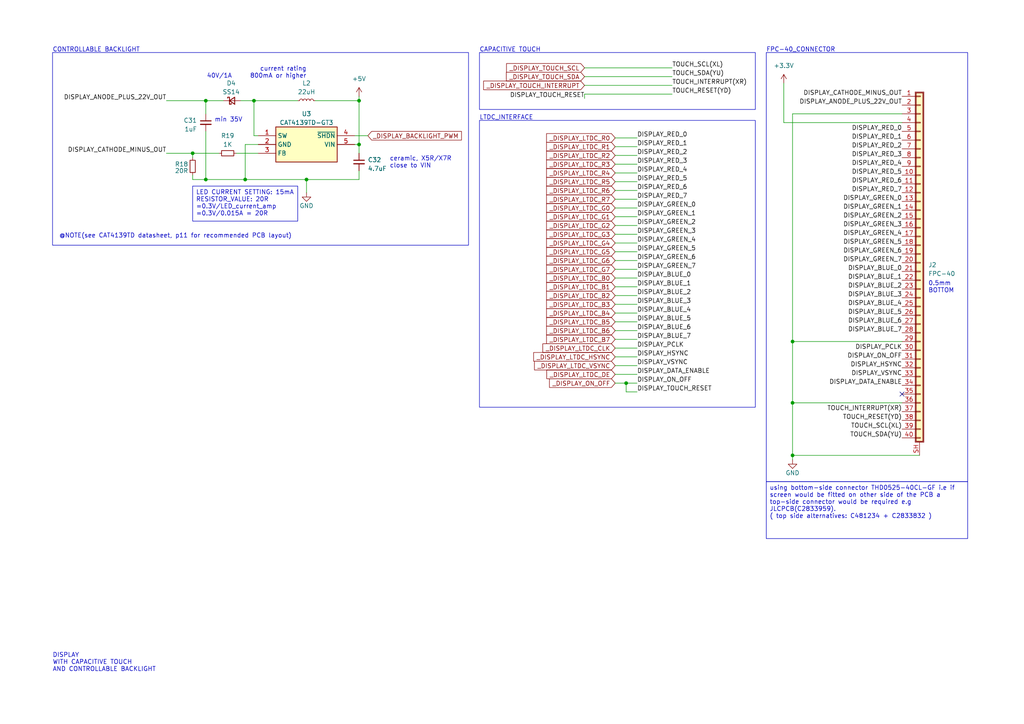
<source format=kicad_sch>
(kicad_sch (version 20231120) (generator "eeschema") (generator_version "8.0")
  (paper "A4")
  (lib_symbols
    (symbol "CAT4139TD-GT3:CAT4139TD-GT3"
      (property "Reference" "IC" (at 24.13 7.62 0))
      (property "Value" "CAT4139TD-GT3" (at 24.13 5.08 0))
      (symbol "CAT4139TD-GT3_1_1"
        (rectangle (start 5.08 2.54) (end 22.86 -7.62) (stroke (width 0.254)) (fill (type background)))
        (pin passive line (at 0 0 0) (length 5.08) (name "SW") (number "1"))
        (pin power_in line (at 0 -2.54 0) (length 5.08) (name "GND") (number "2"))
        (pin passive line (at 0 -5.08 0) (length 5.08) (name "FB") (number "3"))
        (pin passive line (at 27.94 0 180) (length 5.08) (name "~{SHDN}") (number "4"))
        (pin input line (at 27.94 -2.54 180) (length 5.08) (name "VIN") (number "5"))
      )
    )
    (symbol "Connector_Generic_Shielded:Conn_01x40_Shielded" (pin_names (offset 1.016) hide)
      (property "Reference" "J" (at 0.254 50.546 0))
      (property "Value" "Conn_01x40_Shielded" (at 1.016 -53.086 0))
      (symbol "Conn_01x40_Shielded_1_1"
        (rectangle (start -1.27 49.53) (end 1.27 -52.07) (stroke (width 0.1524)))
        (rectangle (start -1.016 -50.673) (end 0.254 -50.927) (stroke (width 0.1524)))
        (rectangle (start -1.016 -48.133) (end 0.254 -48.387) (stroke (width 0.1524)))
        (rectangle (start -1.016 -45.593) (end 0.254 -45.847) (stroke (width 0.1524)))
        (rectangle (start -1.016 -43.053) (end 0.254 -43.307) (stroke (width 0.1524)))
        (rectangle (start -1.016 -40.513) (end 0.254 -40.767) (stroke (width 0.1524)))
        (rectangle (start -1.016 -37.973) (end 0.254 -38.227) (stroke (width 0.1524)))
        (rectangle (start -1.016 -35.433) (end 0.254 -35.687) (stroke (width 0.1524)))
        (rectangle (start -1.016 -32.893) (end 0.254 -33.147) (stroke (width 0.1524)))
        (rectangle (start -1.016 -30.353) (end 0.254 -30.607) (stroke (width 0.1524)))
        (rectangle (start -1.016 -27.813) (end 0.254 -28.067) (stroke (width 0.1524)))
        (rectangle (start -1.016 -25.273) (end 0.254 -25.527) (stroke (width 0.1524)))
        (rectangle (start -1.016 -22.733) (end 0.254 -22.987) (stroke (width 0.1524)))
        (rectangle (start -1.016 -20.193) (end 0.254 -20.447) (stroke (width 0.1524)))
        (rectangle (start -1.016 -17.653) (end 0.254 -17.907) (stroke (width 0.1524)))
        (rectangle (start -1.016 -15.113) (end 0.254 -15.367) (stroke (width 0.1524)))
        (rectangle (start -1.016 -12.573) (end 0.254 -12.827) (stroke (width 0.1524)))
        (rectangle (start -1.016 -10.033) (end 0.254 -10.287) (stroke (width 0.1524)))
        (rectangle (start -1.016 -7.493) (end 0.254 -7.747) (stroke (width 0.1524)))
        (rectangle (start -1.016 -4.953) (end 0.254 -5.207) (stroke (width 0.1524)))
        (rectangle (start -1.016 -2.413) (end 0.254 -2.667) (stroke (width 0.1524)))
        (rectangle (start -1.016 0.127) (end 0.254 -0.127) (stroke (width 0.1524)))
        (rectangle (start -1.016 2.667) (end 0.254 2.413) (stroke (width 0.1524)))
        (rectangle (start -1.016 5.207) (end 0.254 4.953) (stroke (width 0.1524)))
        (rectangle (start -1.016 7.747) (end 0.254 7.493) (stroke (width 0.1524)))
        (rectangle (start -1.016 10.287) (end 0.254 10.033) (stroke (width 0.1524)))
        (rectangle (start -1.016 12.827) (end 0.254 12.573) (stroke (width 0.1524)))
        (rectangle (start -1.016 15.367) (end 0.254 15.113) (stroke (width 0.1524)))
        (rectangle (start -1.016 17.907) (end 0.254 17.653) (stroke (width 0.1524)))
        (rectangle (start -1.016 20.447) (end 0.254 20.193) (stroke (width 0.1524)))
        (rectangle (start -1.016 22.987) (end 0.254 22.733) (stroke (width 0.1524)))
        (rectangle (start -1.016 25.527) (end 0.254 25.273) (stroke (width 0.1524)))
        (rectangle (start -1.016 28.067) (end 0.254 27.813) (stroke (width 0.1524)))
        (rectangle (start -1.016 30.607) (end 0.254 30.353) (stroke (width 0.1524)))
        (rectangle (start -1.016 33.147) (end 0.254 32.893) (stroke (width 0.1524)))
        (rectangle (start -1.016 35.687) (end 0.254 35.433) (stroke (width 0.1524)))
        (rectangle (start -1.016 38.227) (end 0.254 37.973) (stroke (width 0.1524)))
        (rectangle (start -1.016 40.767) (end 0.254 40.513) (stroke (width 0.1524)))
        (rectangle (start -1.016 43.307) (end 0.254 43.053) (stroke (width 0.1524)))
        (rectangle (start -1.016 45.847) (end 0.254 45.593) (stroke (width 0.1524)))
        (rectangle (start -1.016 48.387) (end 0.254 48.133) (stroke (width 0.1524)))
        (rectangle (start -1.016 49.276) (end 1.016 -51.816) (stroke (width 0.254)) (fill (type background)))
        (pin passive line (at -5.08 48.26 0) (length 4.064) (name "Pin_1") (number "1"))
        (pin passive line (at -5.08 25.4 0) (length 4.064) (name "Pin_10") (number "10"))
        (pin passive line (at -5.08 22.86 0) (length 4.064) (name "Pin_11") (number "11"))
        (pin passive line (at -5.08 20.32 0) (length 4.064) (name "Pin_12") (number "12"))
        (pin passive line (at -5.08 17.78 0) (length 4.064) (name "Pin_13") (number "13"))
        (pin passive line (at -5.08 15.24 0) (length 4.064) (name "Pin_14") (number "14"))
        (pin passive line (at -5.08 12.7 0) (length 4.064) (name "Pin_15") (number "15"))
        (pin passive line (at -5.08 10.16 0) (length 4.064) (name "Pin_16") (number "16"))
        (pin passive line (at -5.08 7.62 0) (length 4.064) (name "Pin_17") (number "17"))
        (pin passive line (at -5.08 5.08 0) (length 4.064) (name "Pin_18") (number "18"))
        (pin passive line (at -5.08 2.54 0) (length 4.064) (name "Pin_19") (number "19"))
        (pin passive line (at -5.08 45.72 0) (length 4.064) (name "Pin_2") (number "2"))
        (pin passive line (at -5.08 0 0) (length 4.064) (name "Pin_20") (number "20"))
        (pin passive line (at -5.08 -2.54 0) (length 4.064) (name "Pin_21") (number "21"))
        (pin passive line (at -5.08 -5.08 0) (length 4.064) (name "Pin_22") (number "22"))
        (pin passive line (at -5.08 -7.62 0) (length 4.064) (name "Pin_23") (number "23"))
        (pin passive line (at -5.08 -10.16 0) (length 4.064) (name "Pin_24") (number "24"))
        (pin passive line (at -5.08 -12.7 0) (length 4.064) (name "Pin_25") (number "25"))
        (pin passive line (at -5.08 -15.24 0) (length 4.064) (name "Pin_26") (number "26"))
        (pin passive line (at -5.08 -17.78 0) (length 4.064) (name "Pin_27") (number "27"))
        (pin passive line (at -5.08 -20.32 0) (length 4.064) (name "Pin_28") (number "28"))
        (pin passive line (at -5.08 -22.86 0) (length 4.064) (name "Pin_29") (number "29"))
        (pin passive line (at -5.08 43.18 0) (length 4.064) (name "Pin_3") (number "3"))
        (pin passive line (at -5.08 -25.4 0) (length 4.064) (name "Pin_30") (number "30"))
        (pin passive line (at -5.08 -27.94 0) (length 4.064) (name "Pin_31") (number "31"))
        (pin passive line (at -5.08 -30.48 0) (length 4.064) (name "Pin_32") (number "32"))
        (pin passive line (at -5.08 -33.02 0) (length 4.064) (name "Pin_33") (number "33"))
        (pin passive line (at -5.08 -35.56 0) (length 4.064) (name "Pin_34") (number "34"))
        (pin passive line (at -5.08 -38.1 0) (length 4.064) (name "Pin_35") (number "35"))
        (pin passive line (at -5.08 -40.64 0) (length 4.064) (name "Pin_36") (number "36"))
        (pin passive line (at -5.08 -43.18 0) (length 4.064) (name "Pin_37") (number "37"))
        (pin passive line (at -5.08 -45.72 0) (length 4.064) (name "Pin_38") (number "38"))
        (pin passive line (at -5.08 -48.26 0) (length 4.064) (name "Pin_39") (number "39"))
        (pin passive line (at -5.08 40.64 0) (length 4.064) (name "Pin_4") (number "4"))
        (pin passive line (at -5.08 -50.8 0) (length 4.064) (name "Pin_40") (number "40"))
        (pin passive line (at -5.08 38.1 0) (length 4.064) (name "Pin_5") (number "5"))
        (pin passive line (at -5.08 35.56 0) (length 4.064) (name "Pin_6") (number "6"))
        (pin passive line (at -5.08 33.02 0) (length 4.064) (name "Pin_7") (number "7"))
        (pin passive line (at -5.08 30.48 0) (length 4.064) (name "Pin_8") (number "8"))
        (pin passive line (at -5.08 27.94 0) (length 4.064) (name "Pin_9") (number "9"))
        (pin passive line (at 0 -55.88 90) (length 3.81) (name "Shield") (number "SH"))
      )
    )
    (symbol "Device:C_Small" (pin_numbers hide) (pin_names (offset 0.254) hide)
      (property "Reference" "C" (at 0.254 1.778 0))
      (property "Value" "C_Small" (at 0.254 -2.032 0))
      (symbol "C_Small_0_1"
        (polyline (pts (xy -1.524 -0.508) (xy 1.524 -0.508)) (stroke (width 0.3302)))
        (polyline (pts (xy -1.524 0.508) (xy 1.524 0.508)) (stroke (width 0.3048)))
      )
      (symbol "C_Small_1_1"
        (pin passive line (at 0 2.54 270) (length 2.032) (name "~") (number "1"))
        (pin passive line (at 0 -2.54 90) (length 2.032) (name "~") (number "2"))
      )
    )
    (symbol "Device:D_Schottky_Small" (pin_numbers hide) (pin_names (offset 0.254) hide)
      (property "Reference" "D" (at -1.27 2.032 0))
      (property "Value" "D_Schottky_Small" (at -7.112 -2.032 0))
      (symbol "D_Schottky_Small_0_1"
        (polyline (pts (xy -0.762 0) (xy 0.762 0)))
        (polyline (pts (xy 0.762 -1.016) (xy -0.762 0) (xy 0.762 1.016) (xy 0.762 -1.016)) (stroke (width 0.254)))
        (polyline (pts (xy -1.27 0.762) (xy -1.27 1.016) (xy -0.762 1.016) (xy -0.762 -1.016) (xy -0.254 -1.016) (xy -0.254 -0.762)) (stroke (width 0.254)))
      )
      (symbol "D_Schottky_Small_1_1"
        (pin passive line (at -2.54 0 0) (length 1.778) (name "K") (number "1"))
        (pin passive line (at 2.54 0 180) (length 1.778) (name "A") (number "2"))
      )
    )
    (symbol "Device:L_Small" (pin_numbers hide) (pin_names (offset 0.254) hide)
      (property "Reference" "L" (at 0.762 1.016 0))
      (property "Value" "L_Small" (at 0.762 -1.016 0))
      (symbol "L_Small_0_1"
        (arc (start 0 -2.032) (mid 0.5058 -1.524) (end 0 -1.016))
        (arc (start 0 -1.016) (mid 0.5058 -0.508) (end 0 0))
        (arc (start 0 0) (mid 0.5058 0.508) (end 0 1.016))
        (arc (start 0 1.016) (mid 0.5058 1.524) (end 0 2.032))
      )
      (symbol "L_Small_1_1"
        (pin passive line (at 0 2.54 270) (length 0.508) (name "~") (number "1"))
        (pin passive line (at 0 -2.54 90) (length 0.508) (name "~") (number "2"))
      )
    )
    (symbol "Device:R_Small" (pin_numbers hide) (pin_names (offset 0.254) hide)
      (property "Reference" "R" (at 0.762 0.508 0))
      (property "Value" "R_Small" (at 0.762 -1.016 0))
      (symbol "R_Small_0_1"
        (rectangle (start -0.762 1.778) (end 0.762 -1.778) (stroke (width 0.2032)))
      )
      (symbol "R_Small_1_1"
        (pin passive line (at 0 2.54 270) (length 0.762) (name "~") (number "1"))
        (pin passive line (at 0 -2.54 90) (length 0.762) (name "~") (number "2"))
      )
    )
    (symbol "power:+3.3V" (power) (pin_names (offset 0))
      (property "Value" "+3.3V" (at 0 3.556 0))
      (symbol "+3.3V_0_1"
        (polyline (pts (xy -0.762 1.27) (xy 0 2.54)))
        (polyline (pts (xy 0 0) (xy 0 2.54)))
        (polyline (pts (xy 0 2.54) (xy 0.762 1.27)))
      )
      (symbol "+3.3V_1_1"
        (pin power_in line (at 0 0 90) (length 0) hide (name "+3.3V") (number "1"))
      )
    )
    (symbol "power:+5V" (power) (pin_names (offset 0))
      (property "Value" "+5V" (at 0 3.556 0))
      (symbol "+5V_0_1"
        (polyline (pts (xy -0.762 1.27) (xy 0 2.54)))
        (polyline (pts (xy 0 0) (xy 0 2.54)))
        (polyline (pts (xy 0 2.54) (xy 0.762 1.27)))
      )
      (symbol "+5V_1_1"
        (pin power_in line (at 0 0 90) (length 0) hide (name "+5V") (number "1"))
      )
    )
    (symbol "power:GND" (power) (pin_names (offset 0))
      (property "Value" "GND" (at 0 -3.81 0))
      (symbol "GND_0_1"
        (polyline (pts (xy 0 0) (xy 0 -1.27) (xy 1.27 -1.27) (xy 0 -2.54) (xy -1.27 -1.27) (xy 0 -1.27)))
      )
      (symbol "GND_1_1"
        (pin power_in line (at 0 0 270) (length 0) hide (name "GND") (number "1"))
      )
    )
  )
  (junction (at 55.88 44.45))
  (junction (at 59.69 29.21))
  (junction (at 59.69 52.07))
  (junction (at 71.12 52.07))
  (junction (at 229.87 99.06))
  (junction (at 104.14 29.21))
  (junction (at 181.61 111.125))
  (junction (at 229.87 132.08))
  (junction (at 73.66 29.21))
  (junction (at 229.87 116.84))
  (junction (at 104.14 41.91))
  (junction (at 88.9 52.07))
  (no_connect (at 261.62 114.3))
  (wire (pts (xy 184.785 40.005) (xy 178.435 40.005)))
  (wire (pts (xy 184.785 73.025) (xy 178.435 73.025)))
  (wire (pts (xy 184.785 95.885) (xy 178.435 95.885)))
  (wire (pts (xy 184.785 57.785) (xy 178.435 57.785)))
  (wire (pts (xy 184.785 90.805) (xy 178.435 90.805)))
  (wire (pts (xy 184.785 60.325) (xy 178.435 60.325)))
  (wire (pts (xy 181.61 111.125) (xy 181.61 113.665)))
  (wire (pts (xy 184.785 65.405) (xy 178.435 65.405)))
  (wire (pts (xy 178.435 111.125) (xy 181.61 111.125)))
  (wire (pts (xy 261.62 35.56) (xy 227.33 35.56)))
  (wire (pts (xy 104.14 29.21) (xy 104.14 27.94)))
  (wire (pts (xy 71.12 52.07) (xy 88.9 52.07)))
  (wire (pts (xy 184.785 55.245) (xy 178.435 55.245)))
  (wire (pts (xy 169.545 27.305) (xy 194.945 27.305)))
  (wire (pts (xy 169.545 27.305) (xy 169.545 28.575)))
  (wire (pts (xy 88.9 52.07) (xy 88.9 55.88)))
  (wire (pts (xy 104.14 29.21) (xy 104.14 41.91)))
  (wire (pts (xy 184.785 62.865) (xy 178.435 62.865)))
  (wire (pts (xy 184.785 88.265) (xy 178.435 88.265)))
  (wire (pts (xy 55.88 52.07) (xy 59.69 52.07)))
  (wire (pts (xy 184.785 113.665) (xy 181.61 113.665)))
  (wire (pts (xy 184.785 85.725) (xy 178.435 85.725)))
  (wire (pts (xy 184.785 75.565) (xy 178.435 75.565)))
  (wire (pts (xy 169.545 19.685) (xy 194.945 19.685)))
  (wire (pts (xy 184.785 100.965) (xy 178.435 100.965)))
  (wire (pts (xy 55.88 44.45) (xy 55.88 45.72)))
  (wire (pts (xy 48.26 44.45) (xy 55.88 44.45)))
  (wire (pts (xy 184.785 70.485) (xy 178.435 70.485)))
  (wire (pts (xy 59.69 29.21) (xy 59.69 33.02)))
  (wire (pts (xy 73.66 39.37) (xy 73.66 29.21)))
  (wire (pts (xy 184.785 106.045) (xy 178.435 106.045)))
  (wire (pts (xy 104.14 49.53) (xy 104.14 52.07)))
  (wire (pts (xy 74.93 39.37) (xy 73.66 39.37)))
  (wire (pts (xy 229.87 132.08) (xy 266.7 132.08)))
  (wire (pts (xy 104.14 41.91) (xy 104.14 44.45)))
  (wire (pts (xy 184.785 80.645) (xy 178.435 80.645)))
  (wire (pts (xy 102.87 39.37) (xy 106.68 39.37)))
  (wire (pts (xy 184.785 67.945) (xy 178.435 67.945)))
  (wire (pts (xy 229.87 116.84) (xy 229.87 132.08)))
  (wire (pts (xy 229.87 99.06) (xy 261.62 99.06)))
  (wire (pts (xy 184.785 108.585) (xy 178.435 108.585)))
  (wire (pts (xy 68.58 44.45) (xy 74.93 44.45)))
  (wire (pts (xy 184.785 103.505) (xy 178.435 103.505)))
  (wire (pts (xy 227.33 24.13) (xy 227.33 35.56)))
  (wire (pts (xy 59.69 52.07) (xy 71.12 52.07)))
  (wire (pts (xy 184.785 52.705) (xy 178.435 52.705)))
  (wire (pts (xy 229.87 99.06) (xy 229.87 116.84)))
  (wire (pts (xy 55.88 50.8) (xy 55.88 52.07)))
  (wire (pts (xy 181.61 111.125) (xy 184.785 111.125)))
  (wire (pts (xy 184.785 78.105) (xy 178.435 78.105)))
  (wire (pts (xy 184.785 42.545) (xy 178.435 42.545)))
  (wire (pts (xy 184.785 45.085) (xy 178.435 45.085)))
  (wire (pts (xy 69.85 29.21) (xy 73.66 29.21)))
  (wire (pts (xy 59.69 38.1) (xy 59.69 52.07)))
  (wire (pts (xy 229.87 33.02) (xy 261.62 33.02)))
  (wire (pts (xy 229.87 33.02) (xy 229.87 99.06)))
  (wire (pts (xy 169.545 24.765) (xy 194.945 24.765)))
  (wire (pts (xy 184.785 98.425) (xy 178.435 98.425)))
  (wire (pts (xy 184.785 47.625) (xy 178.435 47.625)))
  (wire (pts (xy 91.44 29.21) (xy 104.14 29.21)))
  (wire (pts (xy 88.9 52.07) (xy 104.14 52.07)))
  (wire (pts (xy 71.12 41.91) (xy 71.12 52.07)))
  (wire (pts (xy 55.88 44.45) (xy 63.5 44.45)))
  (wire (pts (xy 184.785 83.185) (xy 178.435 83.185)))
  (wire (pts (xy 73.66 29.21) (xy 86.36 29.21)))
  (wire (pts (xy 184.785 93.345) (xy 178.435 93.345)))
  (wire (pts (xy 74.93 41.91) (xy 71.12 41.91)))
  (wire (pts (xy 184.785 50.165) (xy 178.435 50.165)))
  (wire (pts (xy 169.545 22.225) (xy 194.945 22.225)))
  (wire (pts (xy 102.87 41.91) (xy 104.14 41.91)))
  (wire (pts (xy 229.87 132.08) (xy 229.87 133.35)))
  (wire (pts (xy 229.87 116.84) (xy 261.62 116.84)))
  (wire (pts (xy 48.26 29.21) (xy 59.69 29.21)))
  (wire (pts (xy 59.69 29.21) (xy 64.77 29.21)))
  (rectangle (start 139.065 15.24) (end 219.075 31.75))
  (rectangle (start 15.24 15.24) (end 135.89 71.12))
  (rectangle (start 222.25 15.24) (end 280.67 139.7))
  (rectangle (start 139.065 34.925) (end 219.075 118.11))
  (text_box "using bottom-side connector THD0525-40CL-GF i.e if screen would be fitted on other side of the PCB a top-side connector would be required e.g JLCPCB(C2833959).\n( top side alternatives: C481234 + C2833832 )\n" (at 222.25 139.7 0) (size 58.42 16.51) (effects (font (size 1.27 1.27)) (justify left top)))
  (text_box "LED CURRENT SETTING: 15mA\nRESISTOR_VALUE: 20R\n=0.3V/LED_current_amp\n=0.3V/0.015A = 20R" (at 55.88 53.975 0) (size 30.48 10.16) (effects (font (size 1.27 1.27)) (justify left top)))
  (text "CONTROLLABLE BACKLIGHT" (at 15.24 15.24 0) (effects (font (size 1.27 1.27)) (justify left bottom)))
  (text "current rating\n800mA or higher" (at 88.9 22.86 0) (effects (font (size 1.27 1.27)) (justify right bottom)))
  (text "ceramic, X5R/X7R\nclose to VIN" (at 113.03 48.895 0) (effects (font (size 1.27 1.27)) (justify left bottom)))
  (text "0.5mm\nBOTTOM" (at 269.24 85.09 0) (effects (font (size 1.27 1.27)) (justify left bottom)))
  (text "CAPACITIVE TOUCH" (at 139.065 15.24 0) (effects (font (size 1.27 1.27)) (justify left bottom)))
  (text "@NOTE(see CAT4139TD datasheet, p11 for recommended PCB layout)" (at 17.145 69.215 0) (effects (font (size 1.27 1.27)) (justify left bottom)))
  (text "FPC-40_CONNECTOR" (at 222.25 15.24 0) (effects (font (size 1.27 1.27)) (justify left bottom)))
  (text "min 35V" (at 62.23 35.56 0) (effects (font (size 1.27 1.27)) (justify left bottom)))
  (text "40V/1A" (at 67.31 22.86 0) (effects (font (size 1.27 1.27)) (justify right bottom)))
  (text "LTDC_INTERFACE" (at 139.065 34.925 0) (effects (font (size 1.27 1.27)) (justify left bottom)))
  (text "DISPLAY\nWITH CAPACITIVE TOUCH\nAND CONTROLLABLE BACKLIGHT" (at 15.24 194.945 0) (effects (font (size 1.27 1.27)) (justify left bottom)))
  (label "DISPLAY_GREEN_7" (at 261.62 76.2 180))
  (label "DISPLAY_RED_6" (at 184.785 55.245 0))
  (label "DISPLAY_BLUE_3" (at 184.785 88.265 0))
  (label "DISPLAY_TOUCH_RESET" (at 169.545 28.575 180))
  (label "DISPLAY_VSYNC" (at 184.785 106.045 0))
  (label "TOUCH_RESET(YD)" (at 261.62 121.92 180))
  (label "DISPLAY_BLUE_0" (at 261.62 78.74 180))
  (label "DISPLAY_GREEN_4" (at 261.62 68.58 180))
  (label "DISPLAY_DATA_ENABLE" (at 184.785 108.585 0))
  (label "DISPLAY_RED_1" (at 261.62 40.64 180))
  (label "TOUCH_SDA(YU)" (at 194.945 22.225 0))
  (label "DISPLAY_RED_0" (at 261.62 38.1 180))
  (label "DISPLAY_GREEN_0" (at 261.62 58.42 180))
  (label "DISPLAY_GREEN_0" (at 184.785 60.325 0))
  (label "DISPLAY_RED_6" (at 261.62 53.34 180))
  (label "DISPLAY_RED_2" (at 261.62 43.18 180))
  (label "DISPLAY_GREEN_1" (at 184.785 62.865 0))
  (label "DISPLAY_BLUE_2" (at 184.785 85.725 0))
  (label "DISPLAY_GREEN_6" (at 261.62 73.66 180))
  (label "DISPLAY_ON_OFF" (at 261.62 104.14 180))
  (label "TOUCH_SCL(XL)" (at 261.62 124.46 180))
  (label "DISPLAY_ON_OFF" (at 184.785 111.125 0))
  (label "DISPLAY_PCLK" (at 184.785 100.965 0))
  (label "DISPLAY_BLUE_5" (at 184.785 93.345 0))
  (label "DISPLAY_BLUE_4" (at 184.785 90.805 0))
  (label "DISPLAY_BLUE_4" (at 261.62 88.9 180))
  (label "DISPLAY_RED_0" (at 184.785 40.005 0))
  (label "DISPLAY_BLUE_7" (at 261.62 96.52 180))
  (label "DISPLAY_GREEN_2" (at 184.785 65.405 0))
  (label "DISPLAY_VSYNC" (at 261.62 109.22 180))
  (label "DISPLAY_BLUE_1" (at 261.62 81.28 180))
  (label "TOUCH_INTERRUPT(XR)" (at 261.62 119.38 180))
  (label "DISPLAY_BLUE_5" (at 261.62 91.44 180))
  (label "DISPLAY_ANODE_PLUS_22V_OUT" (at 48.26 29.21 180))
  (label "DISPLAY_BLUE_0" (at 184.785 80.645 0))
  (label "DISPLAY_BLUE_3" (at 261.62 86.36 180))
  (label "DISPLAY_ANODE_PLUS_22V_OUT" (at 261.62 30.48 180))
  (label "TOUCH_RESET(YD)" (at 194.945 27.305 0))
  (label "DISPLAY_HSYNC" (at 261.62 106.68 180))
  (label "DISPLAY_RED_7" (at 184.785 57.785 0))
  (label "DISPLAY_BLUE_2" (at 261.62 83.82 180))
  (label "DISPLAY_GREEN_5" (at 261.62 71.12 180))
  (label "DISPLAY_RED_1" (at 184.785 42.545 0))
  (label "DISPLAY_CATHODE_MINUS_OUT" (at 261.62 27.94 180))
  (label "DISPLAY_RED_4" (at 184.785 50.165 0))
  (label "DISPLAY_GREEN_4" (at 184.785 70.485 0))
  (label "DISPLAY_RED_5" (at 184.785 52.705 0))
  (label "TOUCH_SCL(XL)" (at 194.945 19.685 0))
  (label "DISPLAY_BLUE_6" (at 261.62 93.98 180))
  (label "DISPLAY_DATA_ENABLE" (at 261.62 111.76 180))
  (label "DISPLAY_GREEN_7" (at 184.785 78.105 0))
  (label "DISPLAY_RED_3" (at 184.785 47.625 0))
  (label "DISPLAY_RED_7" (at 261.62 55.88 180))
  (label "DISPLAY_GREEN_5" (at 184.785 73.025 0))
  (label "TOUCH_SDA(YU)" (at 261.62 127 180))
  (label "DISPLAY_GREEN_1" (at 261.62 60.96 180))
  (label "DISPLAY_CATHODE_MINUS_OUT" (at 48.26 44.45 180))
  (label "DISPLAY_BLUE_6" (at 184.785 95.885 0))
  (label "DISPLAY_GREEN_3" (at 261.62 66.04 180))
  (label "DISPLAY_GREEN_2" (at 261.62 63.5 180))
  (label "DISPLAY_RED_3" (at 261.62 45.72 180))
  (label "TOUCH_INTERRUPT(XR)" (at 194.945 24.765 0))
  (label "DISPLAY_PCLK" (at 261.62 101.6 180))
  (label "DISPLAY_TOUCH_RESET" (at 184.785 113.665 0))
  (label "DISPLAY_GREEN_6" (at 184.785 75.565 0))
  (label "DISPLAY_RED_4" (at 261.62 48.26 180))
  (label "DISPLAY_BLUE_1" (at 184.785 83.185 0))
  (label "DISPLAY_HSYNC" (at 184.785 103.505 0))
  (label "DISPLAY_RED_2" (at 184.785 45.085 0))
  (label "DISPLAY_RED_5" (at 261.62 50.8 180))
  (label "DISPLAY_GREEN_3" (at 184.785 67.945 0))
  (label "DISPLAY_BLUE_7" (at 184.785 98.425 0))
  (global_label "_DISPLAY_LTDC_G4" (shape input) (at 178.435 70.485 180) (property "Intersheetrefs" "${INTERSHEET_REFS}" (effects (hide yes))))
  (global_label "_DISPLAY_LTDC_G0" (shape input) (at 178.435 60.325 180) (property "Intersheetrefs" "${INTERSHEET_REFS}" (effects (hide yes))))
  (global_label "_DISPLAY_BACKLIGHT_PWM" (shape input) (at 106.68 39.37 0) (property "Intersheetrefs" "${INTERSHEET_REFS}" (effects (hide yes))))
  (global_label "_DISPLAY_TOUCH_SDA" (shape input) (at 169.545 22.225 180) (property "Intersheetrefs" "${INTERSHEET_REFS}" (effects (hide yes))))
  (global_label "_DISPLAY_LTDC_B6" (shape input) (at 178.435 95.885 180) (property "Intersheetrefs" "${INTERSHEET_REFS}" (effects (hide yes))))
  (global_label "_DISPLAY_TOUCH_INTERRUPT" (shape input) (at 169.545 24.765 180) (property "Intersheetrefs" "${INTERSHEET_REFS}" (effects (hide yes))))
  (global_label "_DISPLAY_LTDC_HSYNC" (shape input) (at 178.435 103.505 180) (property "Intersheetrefs" "${INTERSHEET_REFS}" (effects (hide yes))))
  (global_label "_DISPLAY_LTDC_R2" (shape input) (at 178.435 45.085 180) (property "Intersheetrefs" "${INTERSHEET_REFS}" (effects (hide yes))))
  (global_label "_DISPLAY_LTDC_B3" (shape input) (at 178.435 88.265 180) (property "Intersheetrefs" "${INTERSHEET_REFS}" (effects (hide yes))))
  (global_label "_DISPLAY_LTDC_B2" (shape input) (at 178.435 85.725 180) (property "Intersheetrefs" "${INTERSHEET_REFS}" (effects (hide yes))))
  (global_label "_DISPLAY_LTDC_R6" (shape input) (at 178.435 55.245 180) (property "Intersheetrefs" "${INTERSHEET_REFS}" (effects (hide yes))))
  (global_label "_DISPLAY_LTDC_R1" (shape input) (at 178.435 42.545 180) (property "Intersheetrefs" "${INTERSHEET_REFS}" (effects (hide yes))))
  (global_label "_DISPLAY_LTDC_G3" (shape input) (at 178.435 67.945 180) (property "Intersheetrefs" "${INTERSHEET_REFS}" (effects (hide yes))))
  (global_label "_DISPLAY_LTDC_B0" (shape input) (at 178.435 80.645 180) (property "Intersheetrefs" "${INTERSHEET_REFS}" (effects (hide yes))))
  (global_label "_DISPLAY_LTDC_DE" (shape input) (at 178.435 108.585 180) (property "Intersheetrefs" "${INTERSHEET_REFS}" (effects (hide yes))))
  (global_label "_DISPLAY_LTDC_G7" (shape input) (at 178.435 78.105 180) (property "Intersheetrefs" "${INTERSHEET_REFS}" (effects (hide yes))))
  (global_label "_DISPLAY_LTDC_G2" (shape input) (at 178.435 65.405 180) (property "Intersheetrefs" "${INTERSHEET_REFS}" (effects (hide yes))))
  (global_label "_DISPLAY_LTDC_VSYNC" (shape input) (at 178.435 106.045 180) (property "Intersheetrefs" "${INTERSHEET_REFS}" (effects (hide yes))))
  (global_label "_DISPLAY_LTDC_G6" (shape input) (at 178.435 75.565 180) (property "Intersheetrefs" "${INTERSHEET_REFS}" (effects (hide yes))))
  (global_label "_DISPLAY_LTDC_R3" (shape input) (at 178.435 47.625 180) (property "Intersheetrefs" "${INTERSHEET_REFS}" (effects (hide yes))))
  (global_label "_DISPLAY_LTDC_R4" (shape input) (at 178.435 50.165 180) (property "Intersheetrefs" "${INTERSHEET_REFS}" (effects (hide yes))))
  (global_label "_DISPLAY_LTDC_G1" (shape input) (at 178.435 62.865 180) (property "Intersheetrefs" "${INTERSHEET_REFS}" (effects (hide yes))))
  (global_label "_DISPLAY_LTDC_R5" (shape input) (at 178.435 52.705 180) (property "Intersheetrefs" "${INTERSHEET_REFS}" (effects (hide yes))))
  (global_label "_DISPLAY_TOUCH_SCL" (shape input) (at 169.545 19.685 180) (property "Intersheetrefs" "${INTERSHEET_REFS}" (effects (hide yes))))
  (global_label "_DISPLAY_LTDC_B1" (shape input) (at 178.435 83.185 180) (property "Intersheetrefs" "${INTERSHEET_REFS}" (effects (hide yes))))
  (global_label "_DISPLAY_ON_OFF" (shape input) (at 178.435 111.125 180) (property "Intersheetrefs" "${INTERSHEET_REFS}" (effects (hide yes))))
  (global_label "_DISPLAY_LTDC_R0" (shape input) (at 178.435 40.005 180) (property "Intersheetrefs" "${INTERSHEET_REFS}" (effects (hide yes))))
  (global_label "_DISPLAY_LTDC_B4" (shape input) (at 178.435 90.805 180) (property "Intersheetrefs" "${INTERSHEET_REFS}" (effects (hide yes))))
  (global_label "_DISPLAY_LTDC_CLK" (shape input) (at 178.435 100.965 180) (property "Intersheetrefs" "${INTERSHEET_REFS}" (effects (hide yes))))
  (global_label "_DISPLAY_LTDC_R7" (shape input) (at 178.435 57.785 180) (property "Intersheetrefs" "${INTERSHEET_REFS}" (effects (hide yes))))
  (global_label "_DISPLAY_LTDC_G5" (shape input) (at 178.435 73.025 180) (property "Intersheetrefs" "${INTERSHEET_REFS}" (effects (hide yes))))
  (global_label "_DISPLAY_LTDC_B7" (shape input) (at 178.435 98.425 180) (property "Intersheetrefs" "${INTERSHEET_REFS}" (effects (hide yes))))
  (global_label "_DISPLAY_LTDC_B5" (shape input) (at 178.435 93.345 180) (property "Intersheetrefs" "${INTERSHEET_REFS}" (effects (hide yes))))
  (symbol (lib_id "Device:C_Small") (at 104.14 46.99 0) (unit 1)
    (property "Reference" "C32" (at 106.68 46.3613 0) (effects (justify left)))
    (property "Value" "4.7uF" (at 106.68 48.9013 0) (effects (justify left)))
    (property "Footprint" "Capacitor_SMD:C_0805_2012Metric" (effects (hide yes)))
    (property "Description" "16V" (effects (hide yes)))
    (property "JLCPCB" "C90791" (effects (hide yes)))
  )
  (symbol (lib_id "Device:C_Small") (at 59.69 35.56 0) (mirror y) (unit 1)
    (property "Reference" "C31" (at 57.15 34.9313 0) (effects (justify left)))
    (property "Value" "1uF" (at 57.15 37.4713 0) (effects (justify left)))
    (property "Footprint" "Capacitor_SMD:C_0805_2012Metric" (effects (hide yes)))
    (property "Description" "50V" (effects (hide yes)))
    (property "JLCPCB" "C386107" (effects (hide yes)))
  )
  (symbol (lib_id "power:+5V") (at 104.14 27.94 0) (unit 1)
    (property "Reference" "#PWR043" (effects (hide yes)))
    (property "Value" "+5V" (at 104.14 22.86 0))
  )
  (symbol (lib_id "power:GND") (at 229.87 133.35 0) (mirror y) (unit 1)
    (property "Reference" "#PWR045" (effects (hide yes)))
    (property "Value" "GND" (at 229.87 137.16 0))
  )
  (symbol (lib_id "Device:D_Schottky_Small") (at 67.31 29.21 0) (unit 1)
    (property "Reference" "D4" (at 67.056 24.13 0))
    (property "Value" "SS14" (at 67.056 26.67 0))
    (property "Footprint" "Diode_SMD:D_SMA" (effects (hide yes)))
    (property "JLCPCB" "C2480" (effects (hide yes)))
  )
  (symbol (lib_id "Device:R_Small") (at 66.04 44.45 90) (unit 1)
    (property "Reference" "R19" (at 66.04 39.37 90))
    (property "Value" "1K" (at 66.04 41.91 90))
    (property "Footprint" "Resistor_SMD:R_1210_3225Metric" (effects (hide yes)))
    (property "Description" "125mW" (effects (hide yes)))
    (property "JLCPCB" "C270888" (effects (hide yes)))
  )
  (symbol (lib_id "Connector_Generic_Shielded:Conn_01x40_Shielded") (at 266.7 76.2 0) (unit 1)
    (property "Reference" "J2" (at 269.24 76.835 0) (effects (justify left)))
    (property "Value" "FPC-40" (at 269.24 79.375 0) (effects (justify left)))
    (property "Footprint" "THD0525-40CL-GF:CONN-SMD_40P-P0.50-H_THD0525-40CL-GF" (effects (hide yes)))
    (property "JLCPCB" "C283185" (effects (hide yes)))
  )
  (symbol (lib_id "CAT4139TD-GT3:CAT4139TD-GT3") (at 74.93 39.37 0) (unit 1)
    (property "Reference" "U3" (at 88.9 33.02 0))
    (property "Value" "CAT4139TD-GT3" (at 88.9 35.56 0))
    (property "Footprint" "CAT4139TD-GT3:SOT95P280X100-5N" (effects (hide yes)))
    (property "Datasheet" "http://www.onsemi.com/pub/Collateral/CAT4139-D.PDF" (effects (hide yes)))
    (property "JLCPCB" "C72110" (effects (hide yes)))
  )
  (symbol (lib_id "power:+3.3V") (at 227.33 24.13 0) (unit 1)
    (property "Reference" "#PWR044" (effects (hide yes)))
    (property "Value" "+3.3V" (at 227.33 19.05 0))
  )
  (symbol (lib_id "Device:R_Small") (at 55.88 48.26 0) (mirror y) (unit 1)
    (property "Reference" "R18" (at 54.61 47.625 0) (effects (justify left)))
    (property "Value" "20R" (at 54.61 49.53 0) (effects (justify left)))
    (property "Footprint" "Resistor_SMD:R_0805_2012Metric_Pad1.20x1.40mm_HandSolder" (effects (hide yes)))
    (property "Description" "125mW" (effects (hide yes)))
    (property "JLCPCB" "C17544" (effects (hide yes)))
  )
  (symbol (lib_id "Device:L_Small") (at 88.9 29.21 90) (unit 1)
    (property "Reference" "L2" (at 88.9 24.13 90))
    (property "Value" "22uH" (at 88.9 26.67 90))
    (property "Footprint" "Inductor_SMD:L_Changjiang_FNR4030S" (effects (hide yes)))
    (property "Description" "1A" (effects (hide yes)))
    (property "JLCPCB" "C167883" (effects (hide yes)))
  )
  (symbol (lib_id "power:GND") (at 88.9 55.88 0) (unit 1)
    (property "Reference" "#PWR042" (effects (hide yes)))
    (property "Value" "GND" (at 88.9 59.69 0))
  )
)
</source>
